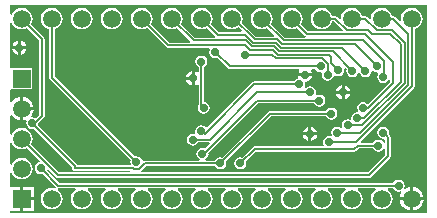
<source format=gbl>
G04*
G04 #@! TF.GenerationSoftware,Altium Limited,CircuitStudio,1.5.1 (13)*
G04*
G04 Layer_Physical_Order=2*
G04 Layer_Color=16711680*
%FSLAX25Y25*%
%MOIN*%
G70*
G01*
G75*
%ADD19C,0.00600*%
%ADD20C,0.05906*%
%ADD21R,0.05906X0.05906*%
%ADD22R,0.05906X0.05906*%
%ADD23C,0.02756*%
G36*
X335039Y235308D02*
X196214D01*
Y236047D01*
X199500D01*
Y240000D01*
Y243953D01*
X196214D01*
Y248550D01*
X196714Y248650D01*
X196897Y248208D01*
X197466Y247466D01*
X198208Y246897D01*
X199073Y246539D01*
X200000Y246417D01*
X200927Y246539D01*
X201792Y246897D01*
X202534Y247466D01*
X203103Y248208D01*
X203461Y249073D01*
X203583Y250000D01*
X203461Y250927D01*
X203103Y251792D01*
X202534Y252534D01*
X201792Y253103D01*
X200927Y253461D01*
X200000Y253583D01*
X199073Y253461D01*
X198208Y253103D01*
X197466Y252534D01*
X196897Y251792D01*
X196714Y251350D01*
X196214Y251450D01*
Y258550D01*
X196714Y258650D01*
X196897Y258208D01*
X197466Y257466D01*
X198208Y256897D01*
X199073Y256539D01*
X200000Y256417D01*
X200927Y256539D01*
X201792Y256897D01*
X201800Y256903D01*
X205999Y252703D01*
X205835Y252161D01*
X205527Y252099D01*
X204873Y251662D01*
X204436Y251008D01*
X204282Y250236D01*
X204436Y249465D01*
X204873Y248810D01*
X205527Y248373D01*
X206299Y248219D01*
X206899Y248339D01*
X211453Y243785D01*
X211170Y243361D01*
X210927Y243461D01*
X210000Y243583D01*
X209073Y243461D01*
X208208Y243103D01*
X207466Y242534D01*
X206897Y241792D01*
X206539Y240927D01*
X206417Y240000D01*
X206539Y239073D01*
X206897Y238208D01*
X207466Y237466D01*
X208208Y236897D01*
X209073Y236539D01*
X210000Y236417D01*
X210927Y236539D01*
X211792Y236897D01*
X212534Y237466D01*
X213103Y238208D01*
X213461Y239073D01*
X213583Y240000D01*
X213461Y240927D01*
X213103Y241792D01*
X212534Y242534D01*
X211999Y242944D01*
X212205Y243413D01*
X217791D01*
X217960Y242913D01*
X217466Y242534D01*
X216897Y241792D01*
X216539Y240927D01*
X216417Y240000D01*
X216539Y239073D01*
X216897Y238208D01*
X217466Y237466D01*
X218208Y236897D01*
X219073Y236539D01*
X220000Y236417D01*
X220927Y236539D01*
X221792Y236897D01*
X222534Y237466D01*
X223103Y238208D01*
X223461Y239073D01*
X223583Y240000D01*
X223461Y240927D01*
X223103Y241792D01*
X222534Y242534D01*
X222040Y242913D01*
X222209Y243413D01*
X227791D01*
X227960Y242913D01*
X227466Y242534D01*
X226897Y241792D01*
X226539Y240927D01*
X226417Y240000D01*
X226539Y239073D01*
X226897Y238208D01*
X227466Y237466D01*
X228208Y236897D01*
X229073Y236539D01*
X230000Y236417D01*
X230927Y236539D01*
X231792Y236897D01*
X232534Y237466D01*
X233103Y238208D01*
X233461Y239073D01*
X233583Y240000D01*
X233461Y240927D01*
X233103Y241792D01*
X232534Y242534D01*
X232040Y242913D01*
X232209Y243413D01*
X237791D01*
X237960Y242913D01*
X237466Y242534D01*
X236897Y241792D01*
X236539Y240927D01*
X236417Y240000D01*
X236539Y239073D01*
X236897Y238208D01*
X237466Y237466D01*
X238208Y236897D01*
X239073Y236539D01*
X240000Y236417D01*
X240927Y236539D01*
X241792Y236897D01*
X242534Y237466D01*
X243103Y238208D01*
X243461Y239073D01*
X243583Y240000D01*
X243461Y240927D01*
X243103Y241792D01*
X242534Y242534D01*
X242040Y242913D01*
X242209Y243413D01*
X247791D01*
X247960Y242913D01*
X247466Y242534D01*
X246897Y241792D01*
X246539Y240927D01*
X246417Y240000D01*
X246539Y239073D01*
X246897Y238208D01*
X247466Y237466D01*
X248208Y236897D01*
X249073Y236539D01*
X250000Y236417D01*
X250927Y236539D01*
X251792Y236897D01*
X252534Y237466D01*
X253103Y238208D01*
X253461Y239073D01*
X253583Y240000D01*
X253461Y240927D01*
X253103Y241792D01*
X252534Y242534D01*
X252040Y242913D01*
X252209Y243413D01*
X257791D01*
X257960Y242913D01*
X257466Y242534D01*
X256897Y241792D01*
X256539Y240927D01*
X256417Y240000D01*
X256539Y239073D01*
X256897Y238208D01*
X257466Y237466D01*
X258208Y236897D01*
X259073Y236539D01*
X260000Y236417D01*
X260927Y236539D01*
X261792Y236897D01*
X262534Y237466D01*
X263103Y238208D01*
X263461Y239073D01*
X263583Y240000D01*
X263461Y240927D01*
X263103Y241792D01*
X262534Y242534D01*
X262040Y242913D01*
X262209Y243413D01*
X267791D01*
X267960Y242913D01*
X267466Y242534D01*
X266897Y241792D01*
X266539Y240927D01*
X266417Y240000D01*
X266539Y239073D01*
X266897Y238208D01*
X267466Y237466D01*
X268208Y236897D01*
X269073Y236539D01*
X270000Y236417D01*
X270927Y236539D01*
X271792Y236897D01*
X272534Y237466D01*
X273103Y238208D01*
X273461Y239073D01*
X273583Y240000D01*
X273461Y240927D01*
X273103Y241792D01*
X272534Y242534D01*
X272040Y242913D01*
X272209Y243413D01*
X277791D01*
X277960Y242913D01*
X277466Y242534D01*
X276897Y241792D01*
X276539Y240927D01*
X276417Y240000D01*
X276539Y239073D01*
X276897Y238208D01*
X277466Y237466D01*
X278208Y236897D01*
X279073Y236539D01*
X280000Y236417D01*
X280927Y236539D01*
X281792Y236897D01*
X282534Y237466D01*
X283103Y238208D01*
X283461Y239073D01*
X283583Y240000D01*
X283461Y240927D01*
X283103Y241792D01*
X282534Y242534D01*
X282040Y242913D01*
X282209Y243413D01*
X287791D01*
X287960Y242913D01*
X287466Y242534D01*
X286897Y241792D01*
X286539Y240927D01*
X286417Y240000D01*
X286539Y239073D01*
X286897Y238208D01*
X287466Y237466D01*
X288208Y236897D01*
X289073Y236539D01*
X290000Y236417D01*
X290927Y236539D01*
X291792Y236897D01*
X292534Y237466D01*
X293103Y238208D01*
X293461Y239073D01*
X293583Y240000D01*
X293461Y240927D01*
X293103Y241792D01*
X292534Y242534D01*
X292040Y242913D01*
X292209Y243413D01*
X297791D01*
X297960Y242913D01*
X297466Y242534D01*
X296897Y241792D01*
X296539Y240927D01*
X296417Y240000D01*
X296539Y239073D01*
X296897Y238208D01*
X297466Y237466D01*
X298208Y236897D01*
X299073Y236539D01*
X300000Y236417D01*
X300927Y236539D01*
X301792Y236897D01*
X302534Y237466D01*
X303103Y238208D01*
X303461Y239073D01*
X303583Y240000D01*
X303461Y240927D01*
X303103Y241792D01*
X302534Y242534D01*
X302040Y242913D01*
X302209Y243413D01*
X307791D01*
X307960Y242913D01*
X307466Y242534D01*
X306897Y241792D01*
X306539Y240927D01*
X306417Y240000D01*
X306539Y239073D01*
X306897Y238208D01*
X307466Y237466D01*
X308208Y236897D01*
X309073Y236539D01*
X310000Y236417D01*
X310927Y236539D01*
X311792Y236897D01*
X312534Y237466D01*
X313103Y238208D01*
X313461Y239073D01*
X313583Y240000D01*
X313461Y240927D01*
X313103Y241792D01*
X312534Y242534D01*
X312040Y242913D01*
X312209Y243413D01*
X317791D01*
X317960Y242913D01*
X317466Y242534D01*
X316897Y241792D01*
X316539Y240927D01*
X316417Y240000D01*
X316539Y239073D01*
X316897Y238208D01*
X317466Y237466D01*
X318208Y236897D01*
X319073Y236539D01*
X320000Y236417D01*
X320927Y236539D01*
X321792Y236897D01*
X322534Y237466D01*
X323103Y238208D01*
X323461Y239073D01*
X323583Y240000D01*
X323461Y240927D01*
X323103Y241792D01*
X322534Y242534D01*
X322040Y242913D01*
X322209Y243413D01*
X323825D01*
X324165Y242905D01*
X324819Y242467D01*
X325590Y242314D01*
X326266Y242448D01*
X326501Y242199D01*
X326583Y242040D01*
X326547Y241993D01*
X326149Y241032D01*
X326079Y240500D01*
X329500D01*
Y243921D01*
X328968Y243851D01*
X328007Y243453D01*
X327885Y243359D01*
X327808Y243395D01*
X327477Y243677D01*
X327607Y244331D01*
X327454Y245103D01*
X327017Y245757D01*
X326362Y246194D01*
X325590Y246347D01*
X324819Y246194D01*
X324165Y245757D01*
X323825Y245248D01*
X212585D01*
X208500Y249333D01*
X208533Y249463D01*
X209086Y249616D01*
X211477Y247225D01*
X211775Y247026D01*
X212126Y246956D01*
X315748D01*
X316099Y247026D01*
X316397Y247225D01*
X322696Y253524D01*
X322895Y253822D01*
X322907Y253880D01*
X322965Y254173D01*
Y260472D01*
X322907Y260765D01*
X322895Y260824D01*
X322696Y261121D01*
X322370Y261448D01*
X322489Y262047D01*
X322336Y262819D01*
X321899Y263473D01*
X321244Y263910D01*
X320472Y264064D01*
X319701Y263910D01*
X319046Y263473D01*
X318609Y262819D01*
X318456Y262047D01*
X318609Y261276D01*
X319046Y260621D01*
X319701Y260184D01*
X320472Y260031D01*
X320630Y260062D01*
X321130Y259651D01*
Y258836D01*
X320630Y258685D01*
X320324Y259143D01*
X319669Y259580D01*
X318898Y259733D01*
X318126Y259580D01*
X317472Y259143D01*
X317132Y258634D01*
X313105D01*
X312913Y259096D01*
X330649Y276831D01*
X330848Y277129D01*
X330859Y277187D01*
X330918Y277480D01*
Y296537D01*
X330927Y296539D01*
X331792Y296897D01*
X332534Y297466D01*
X333103Y298208D01*
X333461Y299073D01*
X333583Y300000D01*
X333461Y300927D01*
X333103Y301792D01*
X332534Y302534D01*
X331792Y303103D01*
X330927Y303461D01*
X330000Y303583D01*
X329073Y303461D01*
X328208Y303103D01*
X327466Y302534D01*
X326897Y301792D01*
X326539Y300927D01*
X326417Y300000D01*
X326501Y299363D01*
X326027Y299129D01*
X324507Y300649D01*
X324209Y300848D01*
X323858Y300918D01*
X323463D01*
X323461Y300927D01*
X323103Y301792D01*
X322534Y302534D01*
X321792Y303103D01*
X320927Y303461D01*
X320000Y303583D01*
X319073Y303461D01*
X318208Y303103D01*
X317466Y302534D01*
X316897Y301792D01*
X316539Y300927D01*
X316433Y300123D01*
X315971Y299878D01*
X315200Y300649D01*
X314902Y300848D01*
X314551Y300918D01*
X313463D01*
X313461Y300927D01*
X313103Y301792D01*
X312534Y302534D01*
X311792Y303103D01*
X310927Y303461D01*
X310000Y303583D01*
X309073Y303461D01*
X308208Y303103D01*
X307466Y302534D01*
X306897Y301792D01*
X306539Y300927D01*
X306433Y300123D01*
X305971Y299878D01*
X305200Y300649D01*
X304903Y300848D01*
X304551Y300918D01*
X303463D01*
X303461Y300927D01*
X303103Y301792D01*
X302534Y302534D01*
X301792Y303103D01*
X300927Y303461D01*
X300000Y303583D01*
X299073Y303461D01*
X298208Y303103D01*
X297466Y302534D01*
X296897Y301792D01*
X296539Y300927D01*
X296417Y300000D01*
X296539Y299073D01*
X296897Y298208D01*
X297466Y297466D01*
X298208Y296897D01*
X299073Y296539D01*
X300000Y296417D01*
X300927Y296539D01*
X301792Y296897D01*
X302534Y297466D01*
X303103Y298208D01*
X303461Y299073D01*
X303463Y299082D01*
X304171D01*
X306927Y296327D01*
X306735Y295865D01*
X295433D01*
X293097Y298200D01*
X293103Y298208D01*
X293461Y299073D01*
X293583Y300000D01*
X293461Y300927D01*
X293103Y301792D01*
X292534Y302534D01*
X291792Y303103D01*
X290927Y303461D01*
X290000Y303583D01*
X289073Y303461D01*
X288208Y303103D01*
X287466Y302534D01*
X286897Y301792D01*
X286539Y300927D01*
X286417Y300000D01*
X286539Y299073D01*
X286897Y298208D01*
X287466Y297466D01*
X288208Y296897D01*
X289073Y296539D01*
X290000Y296417D01*
X290927Y296539D01*
X291792Y296897D01*
X291800Y296903D01*
X294404Y294298D01*
X294591Y294174D01*
X294475Y293673D01*
X287624D01*
X283097Y298200D01*
X283103Y298208D01*
X283461Y299073D01*
X283583Y300000D01*
X283461Y300927D01*
X283103Y301792D01*
X282534Y302534D01*
X281792Y303103D01*
X280927Y303461D01*
X280000Y303583D01*
X279073Y303461D01*
X278208Y303103D01*
X277466Y302534D01*
X276897Y301792D01*
X276539Y300927D01*
X276417Y300000D01*
X276539Y299073D01*
X276897Y298208D01*
X277466Y297466D01*
X278208Y296897D01*
X279073Y296539D01*
X280000Y296417D01*
X280927Y296539D01*
X281792Y296897D01*
X281800Y296903D01*
X284173Y294529D01*
X283982Y294067D01*
X277984D01*
X273320Y298731D01*
X273461Y299073D01*
X273583Y300000D01*
X273461Y300927D01*
X273103Y301792D01*
X272534Y302534D01*
X271792Y303103D01*
X270927Y303461D01*
X270000Y303583D01*
X269073Y303461D01*
X268208Y303103D01*
X267466Y302534D01*
X266897Y301792D01*
X266539Y300927D01*
X266417Y300000D01*
X266539Y299073D01*
X266897Y298208D01*
X267466Y297466D01*
X268208Y296897D01*
X269073Y296539D01*
X270000Y296417D01*
X270927Y296539D01*
X271792Y296897D01*
X272226Y297230D01*
X273352Y296104D01*
X273161Y295642D01*
X265656D01*
X263097Y298200D01*
X263103Y298208D01*
X263461Y299073D01*
X263583Y300000D01*
X263461Y300927D01*
X263103Y301792D01*
X262534Y302534D01*
X261792Y303103D01*
X260927Y303461D01*
X260000Y303583D01*
X259073Y303461D01*
X258208Y303103D01*
X257466Y302534D01*
X256897Y301792D01*
X256539Y300927D01*
X256417Y300000D01*
X256539Y299073D01*
X256897Y298208D01*
X257466Y297466D01*
X258208Y296897D01*
X259073Y296539D01*
X260000Y296417D01*
X260927Y296539D01*
X261792Y296897D01*
X261800Y296903D01*
X264529Y294174D01*
X264422Y293789D01*
X264340Y293673D01*
X257624D01*
X253097Y298200D01*
X253103Y298208D01*
X253461Y299073D01*
X253583Y300000D01*
X253461Y300927D01*
X253103Y301792D01*
X252534Y302534D01*
X251792Y303103D01*
X250927Y303461D01*
X250000Y303583D01*
X249073Y303461D01*
X248208Y303103D01*
X247466Y302534D01*
X246897Y301792D01*
X246539Y300927D01*
X246417Y300000D01*
X246539Y299073D01*
X246897Y298208D01*
X247466Y297466D01*
X248208Y296897D01*
X249073Y296539D01*
X250000Y296417D01*
X250927Y296539D01*
X251792Y296897D01*
X251800Y296903D01*
X256188Y292514D01*
X255981Y292015D01*
X249283D01*
X243097Y298200D01*
X243103Y298208D01*
X243461Y299073D01*
X243583Y300000D01*
X243461Y300927D01*
X243103Y301792D01*
X242534Y302534D01*
X241792Y303103D01*
X240927Y303461D01*
X240000Y303583D01*
X239073Y303461D01*
X238208Y303103D01*
X237466Y302534D01*
X236897Y301792D01*
X236539Y300927D01*
X236417Y300000D01*
X236539Y299073D01*
X236897Y298208D01*
X237466Y297466D01*
X238208Y296897D01*
X239073Y296539D01*
X240000Y296417D01*
X240927Y296539D01*
X241792Y296897D01*
X241800Y296903D01*
X248254Y290448D01*
X248552Y290249D01*
X248903Y290179D01*
X262567D01*
X262802Y289738D01*
X262704Y289591D01*
X262550Y288819D01*
X262704Y288047D01*
X263141Y287393D01*
X263795Y286956D01*
X264567Y286802D01*
X265167Y286922D01*
X268642Y283446D01*
X268940Y283247D01*
X269291Y283177D01*
X292255D01*
X292523Y282677D01*
X292248Y282266D01*
X292163Y281839D01*
X296813D01*
X296728Y282266D01*
X296454Y282677D01*
X296721Y283177D01*
X297841D01*
X298180Y282668D01*
X298834Y282231D01*
X299606Y282078D01*
X300013Y281649D01*
X299952Y281339D01*
X300105Y280567D01*
X300542Y279913D01*
X301197Y279475D01*
X301969Y279322D01*
X302740Y279475D01*
X303395Y279913D01*
X303832Y280567D01*
X303918Y280998D01*
X304473Y281229D01*
X304740Y281050D01*
X305512Y280897D01*
X306284Y281050D01*
X306938Y281487D01*
X307375Y282142D01*
X307528Y282913D01*
X307452Y283299D01*
X307913Y283546D01*
X308339Y283119D01*
X308220Y282520D01*
X308373Y281748D01*
X308810Y281094D01*
X309465Y280657D01*
X310236Y280503D01*
X311008Y280657D01*
X311662Y281094D01*
X312099Y281748D01*
X312147Y281986D01*
X312656D01*
X312704Y281748D01*
X313141Y281094D01*
X313795Y280657D01*
X314567Y280503D01*
X315339Y280657D01*
X315993Y281094D01*
X316430Y281748D01*
X316582Y282511D01*
X316613Y282531D01*
X317058Y282698D01*
X317078Y282668D01*
X317732Y282231D01*
X318504Y282078D01*
X318513Y282080D01*
X318814Y281630D01*
X318609Y281323D01*
X318456Y280551D01*
X318609Y279779D01*
X319046Y279125D01*
X319700Y278688D01*
X320472Y278534D01*
X321244Y278688D01*
X321898Y279125D01*
X322204Y279583D01*
X322704Y279432D01*
Y278963D01*
X315458Y271716D01*
X315205Y271741D01*
X314551Y272178D01*
X313779Y272332D01*
X313007Y272178D01*
X312353Y271741D01*
X311916Y271087D01*
X311763Y270315D01*
X311916Y269543D01*
X312121Y269236D01*
X311820Y268787D01*
X311811Y268788D01*
X311039Y268635D01*
X310385Y268198D01*
X309948Y267543D01*
X309794Y266772D01*
X309826Y266611D01*
X309595Y266412D01*
X309382Y266283D01*
X308661Y266426D01*
X307890Y266273D01*
X307235Y265835D01*
X306798Y265181D01*
X306645Y264409D01*
X306737Y263946D01*
X306287Y263645D01*
X305890Y263910D01*
X305118Y264064D01*
X304346Y263910D01*
X303692Y263473D01*
X303255Y262819D01*
X303101Y262047D01*
X303255Y261276D01*
X303303Y261203D01*
X302976Y260792D01*
X302362Y260914D01*
X301590Y260761D01*
X300936Y260324D01*
X300499Y259669D01*
X300345Y258898D01*
X300499Y258126D01*
X300598Y257978D01*
X300362Y257537D01*
X277643D01*
X277292Y257468D01*
X276994Y257269D01*
X273434Y253708D01*
X272835Y253828D01*
X272063Y253674D01*
X271409Y253237D01*
X270971Y252583D01*
X270818Y251811D01*
X270971Y251039D01*
X271409Y250385D01*
X272063Y249948D01*
X272835Y249794D01*
X273606Y249948D01*
X274261Y250385D01*
X274698Y251039D01*
X274851Y251811D01*
X274732Y252411D01*
X278023Y255702D01*
X310836D01*
X311188Y255772D01*
X311485Y255971D01*
X312313Y256799D01*
X317132D01*
X317472Y256291D01*
X318126Y255853D01*
X318898Y255700D01*
X319669Y255853D01*
X320324Y256291D01*
X320630Y256748D01*
X321130Y256597D01*
Y254553D01*
X315368Y248792D01*
X239954D01*
X239797Y249233D01*
X239795Y249292D01*
X241397Y250893D01*
X264376D01*
X264716Y250385D01*
X265370Y249948D01*
X266142Y249794D01*
X266914Y249948D01*
X267568Y250385D01*
X268005Y251039D01*
X268158Y251811D01*
X268039Y252411D01*
X283057Y267429D01*
X301384D01*
X301724Y266920D01*
X302378Y266483D01*
X303150Y266330D01*
X303921Y266483D01*
X304576Y266920D01*
X305013Y267575D01*
X305166Y268347D01*
X305013Y269118D01*
X304576Y269773D01*
X303921Y270210D01*
X303150Y270363D01*
X302378Y270210D01*
X301724Y269773D01*
X301384Y269264D01*
X282677D01*
X282384Y269206D01*
X282326Y269194D01*
X282028Y268995D01*
X266741Y253708D01*
X266142Y253828D01*
X265370Y253674D01*
X264716Y253237D01*
X264376Y252729D01*
X261356D01*
X261204Y253229D01*
X261662Y253535D01*
X262099Y254189D01*
X262253Y254961D01*
X262199Y255232D01*
X278727Y271760D01*
X297447D01*
X297787Y271251D01*
X298441Y270814D01*
X299213Y270660D01*
X299984Y270814D01*
X300639Y271251D01*
X301076Y271905D01*
X301229Y272677D01*
X301076Y273449D01*
X300639Y274103D01*
X299984Y274540D01*
X299213Y274694D01*
X298441Y274540D01*
X298369Y274492D01*
X297957Y274819D01*
X298080Y275433D01*
X297926Y276205D01*
X297489Y276859D01*
X296835Y277296D01*
X296063Y277450D01*
X295291Y277296D01*
X294637Y276859D01*
X294561Y276745D01*
X294537Y276749D01*
X294297Y277289D01*
X294383Y277417D01*
X294536Y278189D01*
X294408Y278834D01*
X294488Y278914D01*
X295416Y279099D01*
X296203Y279624D01*
X296728Y280411D01*
X296813Y280839D01*
X292163D01*
X292200Y280652D01*
X291911Y280084D01*
X291748Y280052D01*
X291094Y279615D01*
X290754Y279107D01*
X277559D01*
X277266Y279048D01*
X277208Y279037D01*
X276910Y278838D01*
X261816Y263743D01*
X261318Y263792D01*
X261268Y263867D01*
X260614Y264304D01*
X259842Y264458D01*
X259071Y264304D01*
X258417Y263867D01*
X257979Y263213D01*
X257826Y262441D01*
X257904Y262049D01*
X257479Y261624D01*
X257087Y261702D01*
X256315Y261548D01*
X255661Y261111D01*
X255223Y260457D01*
X255070Y259685D01*
X255223Y258913D01*
X255661Y258259D01*
X256315Y257822D01*
X257087Y257668D01*
X257858Y257822D01*
X258513Y258259D01*
X258852Y258767D01*
X262432D01*
X262651Y258329D01*
X262656Y258285D01*
X261120Y256749D01*
X261008Y256824D01*
X260236Y256977D01*
X259465Y256824D01*
X258810Y256387D01*
X258373Y255732D01*
X258220Y254961D01*
X258373Y254189D01*
X258810Y253535D01*
X259268Y253229D01*
X259116Y252729D01*
X241017D01*
X240666Y252659D01*
X240630Y252635D01*
X240076Y252855D01*
X240052Y252976D01*
X239615Y253631D01*
X238961Y254068D01*
X238189Y254221D01*
X237589Y254102D01*
X210918Y280774D01*
Y296537D01*
X210927Y296539D01*
X211792Y296897D01*
X212534Y297466D01*
X213103Y298208D01*
X213461Y299073D01*
X213583Y300000D01*
X213461Y300927D01*
X213103Y301792D01*
X212534Y302534D01*
X211792Y303103D01*
X210927Y303461D01*
X210000Y303583D01*
X209073Y303461D01*
X208208Y303103D01*
X207466Y302534D01*
X206897Y301792D01*
X206539Y300927D01*
X206417Y300000D01*
X206539Y299073D01*
X206897Y298208D01*
X207466Y297466D01*
X208208Y296897D01*
X209073Y296539D01*
X209082Y296537D01*
Y280394D01*
X209152Y280043D01*
X209351Y279745D01*
X236292Y252804D01*
X236172Y252205D01*
X236282Y251654D01*
X235957Y251154D01*
X218608D01*
X218564Y251375D01*
X218365Y251673D01*
X205441Y264597D01*
X205543Y265111D01*
X207342Y266910D01*
X207541Y267208D01*
X207611Y267559D01*
Y293307D01*
X207552Y293600D01*
X207541Y293658D01*
X207342Y293956D01*
X203097Y298200D01*
X203103Y298208D01*
X203461Y299073D01*
X203583Y300000D01*
X203461Y300927D01*
X203103Y301792D01*
X202534Y302534D01*
X201792Y303103D01*
X200927Y303461D01*
X200000Y303583D01*
X199073Y303461D01*
X198208Y303103D01*
X197466Y302534D01*
X196897Y301792D01*
X196714Y301350D01*
X196214Y301450D01*
Y304534D01*
X335039D01*
Y235308D01*
D02*
G37*
G36*
X196897Y298208D02*
X197466Y297466D01*
X198208Y296897D01*
X199073Y296539D01*
X200000Y296417D01*
X200927Y296539D01*
X201792Y296897D01*
X201800Y296903D01*
X205775Y292927D01*
Y267939D01*
X204663Y266827D01*
X204315Y267060D01*
X203543Y267214D01*
X203462Y267197D01*
X203180Y267651D01*
X203453Y268007D01*
X203851Y268968D01*
X203921Y269500D01*
X200500D01*
Y266079D01*
X201032Y266149D01*
X201264Y266245D01*
X201451Y266121D01*
X201660Y265868D01*
X201527Y265197D01*
X201680Y264425D01*
X202117Y263771D01*
X202772Y263334D01*
X203543Y263180D01*
X204143Y263299D01*
X216799Y250643D01*
Y250236D01*
X216869Y249885D01*
X217068Y249587D01*
X217365Y249388D01*
X217717Y249319D01*
X236081D01*
X236100Y249292D01*
X235841Y248792D01*
X212506D01*
X203097Y258200D01*
X203103Y258208D01*
X203461Y259073D01*
X203583Y260000D01*
X203461Y260927D01*
X203103Y261792D01*
X202534Y262534D01*
X201792Y263103D01*
X200927Y263461D01*
X200000Y263583D01*
X199073Y263461D01*
X198208Y263103D01*
X197466Y262534D01*
X196897Y261792D01*
X196714Y261350D01*
X196214Y261450D01*
Y267620D01*
X196714Y267790D01*
X197181Y267181D01*
X198007Y266547D01*
X198968Y266149D01*
X199500Y266079D01*
Y270000D01*
Y273921D01*
X198968Y273851D01*
X198007Y273453D01*
X197181Y272819D01*
X196714Y272211D01*
X196214Y272380D01*
Y276044D01*
X196447Y276447D01*
X196714Y276447D01*
X203553D01*
Y283553D01*
X196714D01*
X196447Y283553D01*
X196214Y283956D01*
X196214Y283956D01*
Y298550D01*
X196714Y298650D01*
X196897Y298208D01*
D02*
G37*
%LPC*%
G36*
X295563Y263979D02*
X295135Y263894D01*
X294349Y263368D01*
X293823Y262581D01*
X293738Y262154D01*
X295563D01*
Y263979D01*
D02*
G37*
G36*
X298388Y261154D02*
X296563D01*
Y259329D01*
X296991Y259414D01*
X297777Y259939D01*
X298303Y260726D01*
X298388Y261154D01*
D02*
G37*
G36*
X296563Y263979D02*
Y262154D01*
X298388D01*
X298303Y262581D01*
X297777Y263368D01*
X296991Y263894D01*
X296563Y263979D01*
D02*
G37*
G36*
X200500Y273921D02*
Y270500D01*
X203921D01*
X203851Y271032D01*
X203453Y271993D01*
X202819Y272819D01*
X201993Y273453D01*
X201032Y273851D01*
X200500Y273921D01*
D02*
G37*
G36*
X203953Y239500D02*
X200500D01*
Y236047D01*
X203953D01*
Y239500D01*
D02*
G37*
G36*
Y243953D02*
X200500D01*
Y240500D01*
X203953D01*
Y243953D01*
D02*
G37*
G36*
X333921Y239500D02*
X330500D01*
Y236079D01*
X331032Y236149D01*
X331993Y236547D01*
X332819Y237181D01*
X333453Y238007D01*
X333851Y238968D01*
X333921Y239500D01*
D02*
G37*
G36*
X330500Y243921D02*
Y240500D01*
X333921D01*
X333851Y241032D01*
X333453Y241993D01*
X332819Y242819D01*
X331993Y243453D01*
X331032Y243851D01*
X330500Y243921D01*
D02*
G37*
G36*
X295563Y261154D02*
X293738D01*
X293823Y260726D01*
X294349Y259939D01*
X295135Y259414D01*
X295563Y259329D01*
Y261154D01*
D02*
G37*
G36*
X329500Y239500D02*
X326079D01*
X326149Y238968D01*
X326547Y238007D01*
X327181Y237181D01*
X328007Y236547D01*
X328968Y236149D01*
X329500Y236079D01*
Y239500D01*
D02*
G37*
G36*
X306587Y274933D02*
X304762D01*
X304847Y274505D01*
X305372Y273719D01*
X306159Y273193D01*
X306587Y273108D01*
Y274933D01*
D02*
G37*
G36*
X198713Y292719D02*
X198285Y292634D01*
X197498Y292108D01*
X196973Y291321D01*
X196888Y290894D01*
X198713D01*
Y292719D01*
D02*
G37*
G36*
X201538Y289894D02*
X199713D01*
Y288069D01*
X200140Y288154D01*
X200927Y288679D01*
X201453Y289466D01*
X201538Y289894D01*
D02*
G37*
G36*
X198713D02*
X196888D01*
X196973Y289466D01*
X197498Y288679D01*
X198285Y288154D01*
X198713Y288069D01*
Y289894D01*
D02*
G37*
G36*
X230000Y303583D02*
X229073Y303461D01*
X228208Y303103D01*
X227466Y302534D01*
X226897Y301792D01*
X226539Y300927D01*
X226417Y300000D01*
X226539Y299073D01*
X226897Y298208D01*
X227466Y297466D01*
X228208Y296897D01*
X229073Y296539D01*
X230000Y296417D01*
X230927Y296539D01*
X231792Y296897D01*
X232534Y297466D01*
X233103Y298208D01*
X233461Y299073D01*
X233583Y300000D01*
X233461Y300927D01*
X233103Y301792D01*
X232534Y302534D01*
X231792Y303103D01*
X230927Y303461D01*
X230000Y303583D01*
D02*
G37*
G36*
X220000D02*
X219073Y303461D01*
X218208Y303103D01*
X217466Y302534D01*
X216897Y301792D01*
X216539Y300927D01*
X216417Y300000D01*
X216539Y299073D01*
X216897Y298208D01*
X217466Y297466D01*
X218208Y296897D01*
X219073Y296539D01*
X220000Y296417D01*
X220927Y296539D01*
X221792Y296897D01*
X222534Y297466D01*
X223103Y298208D01*
X223461Y299073D01*
X223583Y300000D01*
X223461Y300927D01*
X223103Y301792D01*
X222534Y302534D01*
X221792Y303103D01*
X220927Y303461D01*
X220000Y303583D01*
D02*
G37*
G36*
X199713Y292719D02*
Y290894D01*
X201538D01*
X201453Y291321D01*
X200927Y292108D01*
X200140Y292634D01*
X199713Y292719D01*
D02*
G37*
G36*
X307587Y277758D02*
Y275933D01*
X309412D01*
X309327Y276361D01*
X308801Y277148D01*
X308014Y277673D01*
X307587Y277758D01*
D02*
G37*
G36*
X306587D02*
X306159Y277673D01*
X305372Y277148D01*
X304847Y276361D01*
X304762Y275933D01*
X306587D01*
Y277758D01*
D02*
G37*
G36*
X309412Y274933D02*
X307587D01*
Y273108D01*
X308014Y273193D01*
X308801Y273719D01*
X309327Y274505D01*
X309412Y274933D01*
D02*
G37*
G36*
X259842Y287686D02*
X259071Y287532D01*
X258417Y287095D01*
X257979Y286441D01*
X257826Y285669D01*
X257979Y284897D01*
X258417Y284243D01*
X258925Y283904D01*
Y282390D01*
X258425Y282123D01*
X258014Y282398D01*
X257587Y282483D01*
Y280157D01*
Y277832D01*
X258014Y277918D01*
X258425Y278192D01*
X258925Y277924D01*
Y271323D01*
X258767Y271087D01*
X258613Y270315D01*
X258767Y269543D01*
X259204Y268889D01*
X259858Y268452D01*
X260630Y268298D01*
X261402Y268452D01*
X262056Y268889D01*
X262493Y269543D01*
X262647Y270315D01*
X262493Y271087D01*
X262056Y271741D01*
X261402Y272178D01*
X260760Y272306D01*
Y283904D01*
X261268Y284243D01*
X261706Y284897D01*
X261859Y285669D01*
X261706Y286441D01*
X261268Y287095D01*
X260614Y287532D01*
X259842Y287686D01*
D02*
G37*
G36*
X256587Y282483D02*
X256159Y282398D01*
X255372Y281872D01*
X254847Y281085D01*
X254762Y280658D01*
X256587D01*
Y282483D01*
D02*
G37*
G36*
Y279658D02*
X254762D01*
X254847Y279230D01*
X255372Y278443D01*
X256159Y277918D01*
X256587Y277832D01*
Y279658D01*
D02*
G37*
%LPD*%
D19*
X269291Y284095D02*
X299606D01*
X264567Y288819D02*
X269291Y284095D01*
X303169Y285257D02*
X305512Y282913D01*
X303169Y285257D02*
Y287347D01*
X240000Y300000D02*
X248903Y291097D01*
X260000Y300000D02*
X265276Y294724D01*
X250000Y300000D02*
X257244Y292756D01*
X270000Y300000D02*
X270754D01*
X265276Y294724D02*
X274332D01*
X257244Y292756D02*
X274604D01*
X248903Y291097D02*
X274566D01*
X320472Y280551D02*
X320782Y280861D01*
Y285753D01*
X330000Y277480D02*
Y300000D01*
X311417Y258898D02*
X330000Y277480D01*
X302362Y258898D02*
X311417D01*
X320000Y300000D02*
X323858D01*
X328800Y295058D01*
Y277977D02*
Y295058D01*
X312870Y262047D02*
X328800Y277977D01*
X305118Y262047D02*
X312870D01*
X310000Y300000D02*
X314551D01*
X318404Y296147D01*
X323380D01*
X327600Y291928D01*
Y278474D02*
Y291928D01*
X313535Y264409D02*
X327600Y278474D01*
X308661Y264409D02*
X313535D01*
X300000Y300000D02*
X304551D01*
X308404Y296147D01*
X315506D01*
X316706Y294947D01*
X322883D01*
X326378Y291453D01*
Y278976D02*
Y291453D01*
X314173Y266772D02*
X326378Y278976D01*
X311811Y266772D02*
X314173D01*
X274566Y291097D02*
X276113Y289550D01*
X274604Y292756D02*
X276610Y290750D01*
X274332Y294724D02*
X277107Y291950D01*
X270754Y300000D02*
X277604Y293150D01*
X280000Y300000D02*
X287244Y292756D01*
X313779D01*
X320782Y285753D01*
X277604Y293150D02*
X285153D01*
X286747Y291556D01*
X311042D01*
X318504Y284095D01*
X277107Y291950D02*
X284656D01*
X286250Y290356D01*
X306731D01*
X314567Y282520D01*
X276610Y290750D02*
X284159D01*
X285753Y289156D01*
X303600D01*
X310236Y282520D01*
X276113Y289550D02*
X283662D01*
X285256Y287956D01*
X302560D01*
X303169Y287347D01*
X274410Y288032D02*
X283483D01*
X284759Y286756D01*
X300166D01*
X301969Y284954D01*
Y281339D02*
Y284954D01*
X290000Y300000D02*
X295053Y294947D01*
X314344D01*
X323622Y285669D01*
Y278583D02*
Y285669D01*
X315354Y270315D02*
X323622Y278583D01*
X313779Y270315D02*
X315354D01*
X313779Y270315D02*
X313779Y270315D01*
X277559Y278189D02*
X292520D01*
X261024Y261653D02*
X277559Y278189D01*
X260236Y262441D02*
X261024Y261653D01*
X259842Y262441D02*
X260236D01*
X278346Y275433D02*
X296063D01*
X262598Y259685D02*
X278346Y275433D01*
X257087Y259685D02*
X262598D01*
X278346Y272677D02*
X299213D01*
X260630Y254961D02*
X278346Y272677D01*
X260236Y254961D02*
X260630D01*
X320472Y262047D02*
X322047Y260472D01*
Y254173D02*
Y260472D01*
X200000Y260000D02*
X212126Y247874D01*
X315748D01*
X322047Y254173D01*
X311933Y257716D02*
X318898D01*
X310836Y256620D02*
X311933Y257716D01*
X277643Y256620D02*
X310836D01*
X272835Y251811D02*
X277643Y256620D01*
X212205Y244331D02*
X325590D01*
X206299Y250236D02*
X212205Y244331D01*
X210000Y280394D02*
Y300000D01*
Y280394D02*
X238189Y252205D01*
X282677Y268347D02*
X303150D01*
X266142Y251811D02*
X282677Y268347D01*
X241017Y251811D02*
X266142D01*
X239132Y249927D02*
X241017Y251811D01*
X237245Y249927D02*
X239132D01*
X236936Y250236D02*
X237245Y249927D01*
X217717Y250236D02*
X236936D01*
X217717D02*
Y251024D01*
X203543Y265197D02*
X217717Y251024D01*
X203543Y265197D02*
X204331D01*
X206693Y267559D01*
Y293307D01*
X200000Y300000D02*
X206693Y293307D01*
X259842Y271102D02*
X260630Y270315D01*
X259842Y271102D02*
Y285669D01*
D20*
X200000Y250000D02*
D03*
Y260000D02*
D03*
Y270000D02*
D03*
X210000Y240000D02*
D03*
X220000D02*
D03*
X230000D02*
D03*
X240000D02*
D03*
X250000D02*
D03*
X260000D02*
D03*
X270000D02*
D03*
X280000D02*
D03*
X290000D02*
D03*
X300000D02*
D03*
X310000D02*
D03*
X320000D02*
D03*
X330000D02*
D03*
Y300000D02*
D03*
X320000D02*
D03*
X310000D02*
D03*
X300000D02*
D03*
X290000D02*
D03*
X280000D02*
D03*
X270000D02*
D03*
X260000D02*
D03*
X250000D02*
D03*
X240000D02*
D03*
X230000D02*
D03*
X220000D02*
D03*
X210000D02*
D03*
X200000D02*
D03*
D21*
Y280000D02*
D03*
D22*
Y240000D02*
D03*
D23*
X299606Y284095D02*
D03*
X264567Y288819D02*
D03*
X301969Y281339D02*
D03*
X274410Y288032D02*
D03*
X305512Y282913D02*
D03*
X310236Y282520D02*
D03*
X314567D02*
D03*
X318504Y284095D02*
D03*
X320472Y280551D02*
D03*
X260630Y270315D02*
D03*
X302362Y258898D02*
D03*
X305118Y262047D02*
D03*
X308661Y264409D02*
D03*
X311811Y266772D02*
D03*
X313779Y270315D02*
D03*
X292520Y278189D02*
D03*
X296063Y275433D02*
D03*
X259842Y262441D02*
D03*
X257087Y259685D02*
D03*
X299213Y272677D02*
D03*
X260236Y254961D02*
D03*
X320472Y262047D02*
D03*
X318898Y257716D02*
D03*
X272835Y251811D02*
D03*
X325590Y244331D02*
D03*
X206299Y250236D02*
D03*
X238189Y252205D02*
D03*
X303150Y268347D02*
D03*
X266142Y251811D02*
D03*
X257087Y280157D02*
D03*
X203543Y265197D02*
D03*
X294488Y281339D02*
D03*
X199213Y290394D02*
D03*
X307087Y275433D02*
D03*
X296063Y261653D02*
D03*
X259842Y285669D02*
D03*
M02*

</source>
